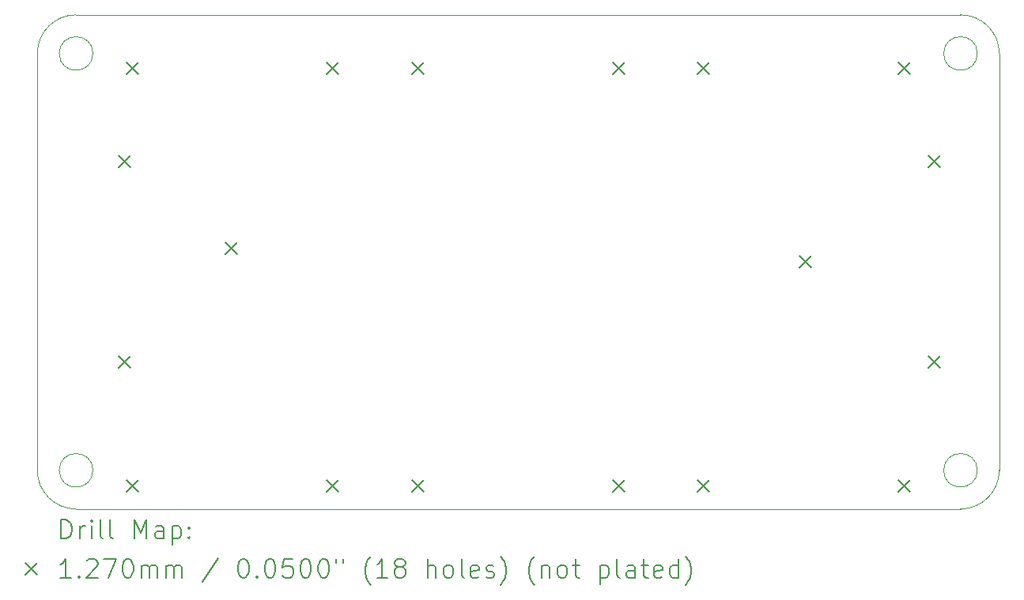
<source format=gbr>
%TF.GenerationSoftware,KiCad,Pcbnew,8.0.2-1*%
%TF.CreationDate,2025-02-24T13:25:55-05:00*%
%TF.ProjectId,ConcentratorBoardOctagon,436f6e63-656e-4747-9261-746f72426f61,rev?*%
%TF.SameCoordinates,Original*%
%TF.FileFunction,Drillmap*%
%TF.FilePolarity,Positive*%
%FSLAX45Y45*%
G04 Gerber Fmt 4.5, Leading zero omitted, Abs format (unit mm)*
G04 Created by KiCad (PCBNEW 8.0.2-1) date 2025-02-24 13:25:55*
%MOMM*%
%LPD*%
G01*
G04 APERTURE LIST*
%ADD10C,0.100000*%
%ADD11C,0.050000*%
%ADD12C,0.200000*%
%ADD13C,0.127000*%
G04 APERTURE END LIST*
D10*
X14735000Y-7350000D02*
G75*
G02*
X15150000Y-7765000I0J-415000D01*
G01*
D11*
X15150000Y-7765000D02*
X15150000Y-12235000D01*
D10*
X4850000Y-7765000D02*
G75*
G02*
X5265000Y-7350000I415000J0D01*
G01*
D11*
X5265000Y-12650000D02*
X14735000Y-12650000D01*
X5265000Y-7350000D02*
X14735000Y-7350000D01*
X4850000Y-7765000D02*
X4850000Y-12235000D01*
X5445000Y-12235000D02*
G75*
G02*
X5085000Y-12235000I-180000J0D01*
G01*
X5085000Y-12235000D02*
G75*
G02*
X5445000Y-12235000I180000J0D01*
G01*
X14915000Y-12235000D02*
G75*
G02*
X14555000Y-12235000I-180000J0D01*
G01*
X14555000Y-12235000D02*
G75*
G02*
X14915000Y-12235000I180000J0D01*
G01*
X14915000Y-7765000D02*
G75*
G02*
X14555000Y-7765000I-180000J0D01*
G01*
X14555000Y-7765000D02*
G75*
G02*
X14915000Y-7765000I180000J0D01*
G01*
X5265000Y-12650000D02*
G75*
G02*
X4850000Y-12235000I0J415000D01*
G01*
D10*
X15150000Y-12235000D02*
G75*
G02*
X14735000Y-12650000I-415000J0D01*
G01*
D11*
X5445000Y-7765000D02*
G75*
G02*
X5085000Y-7765000I-180000J0D01*
G01*
X5085000Y-7765000D02*
G75*
G02*
X5445000Y-7765000I180000J0D01*
G01*
D12*
D13*
X5716500Y-8862000D02*
X5843500Y-8989000D01*
X5843500Y-8862000D02*
X5716500Y-8989000D01*
X5716500Y-11011000D02*
X5843500Y-11138000D01*
X5843500Y-11011000D02*
X5716500Y-11138000D01*
X5802000Y-7856500D02*
X5929000Y-7983500D01*
X5929000Y-7856500D02*
X5802000Y-7983500D01*
X5802000Y-12336500D02*
X5929000Y-12463500D01*
X5929000Y-12336500D02*
X5802000Y-12463500D01*
X6866500Y-9786500D02*
X6993500Y-9913500D01*
X6993500Y-9786500D02*
X6866500Y-9913500D01*
X7951000Y-7856500D02*
X8078000Y-7983500D01*
X8078000Y-7856500D02*
X7951000Y-7983500D01*
X7951000Y-12336500D02*
X8078000Y-12463500D01*
X8078000Y-12336500D02*
X7951000Y-12463500D01*
X8862000Y-7856500D02*
X8989000Y-7983500D01*
X8989000Y-7856500D02*
X8862000Y-7983500D01*
X8862000Y-12336500D02*
X8989000Y-12463500D01*
X8989000Y-12336500D02*
X8862000Y-12463500D01*
X11011000Y-7856500D02*
X11138000Y-7983500D01*
X11138000Y-7856500D02*
X11011000Y-7983500D01*
X11011000Y-12336500D02*
X11138000Y-12463500D01*
X11138000Y-12336500D02*
X11011000Y-12463500D01*
X11922000Y-7856500D02*
X12049000Y-7983500D01*
X12049000Y-7856500D02*
X11922000Y-7983500D01*
X11922000Y-12336500D02*
X12049000Y-12463500D01*
X12049000Y-12336500D02*
X11922000Y-12463500D01*
X13006500Y-9936500D02*
X13133500Y-10063500D01*
X13133500Y-9936500D02*
X13006500Y-10063500D01*
X14071000Y-7856500D02*
X14198000Y-7983500D01*
X14198000Y-7856500D02*
X14071000Y-7983500D01*
X14071000Y-12336500D02*
X14198000Y-12463500D01*
X14198000Y-12336500D02*
X14071000Y-12463500D01*
X14386500Y-8862000D02*
X14513500Y-8989000D01*
X14513500Y-8862000D02*
X14386500Y-8989000D01*
X14386500Y-11011000D02*
X14513500Y-11138000D01*
X14513500Y-11011000D02*
X14386500Y-11138000D01*
D12*
X5105777Y-12966484D02*
X5105777Y-12766484D01*
X5105777Y-12766484D02*
X5153396Y-12766484D01*
X5153396Y-12766484D02*
X5181967Y-12776008D01*
X5181967Y-12776008D02*
X5201015Y-12795055D01*
X5201015Y-12795055D02*
X5210539Y-12814103D01*
X5210539Y-12814103D02*
X5220063Y-12852198D01*
X5220063Y-12852198D02*
X5220063Y-12880769D01*
X5220063Y-12880769D02*
X5210539Y-12918865D01*
X5210539Y-12918865D02*
X5201015Y-12937912D01*
X5201015Y-12937912D02*
X5181967Y-12956960D01*
X5181967Y-12956960D02*
X5153396Y-12966484D01*
X5153396Y-12966484D02*
X5105777Y-12966484D01*
X5305777Y-12966484D02*
X5305777Y-12833150D01*
X5305777Y-12871246D02*
X5315301Y-12852198D01*
X5315301Y-12852198D02*
X5324824Y-12842674D01*
X5324824Y-12842674D02*
X5343872Y-12833150D01*
X5343872Y-12833150D02*
X5362920Y-12833150D01*
X5429586Y-12966484D02*
X5429586Y-12833150D01*
X5429586Y-12766484D02*
X5420063Y-12776008D01*
X5420063Y-12776008D02*
X5429586Y-12785531D01*
X5429586Y-12785531D02*
X5439110Y-12776008D01*
X5439110Y-12776008D02*
X5429586Y-12766484D01*
X5429586Y-12766484D02*
X5429586Y-12785531D01*
X5553396Y-12966484D02*
X5534348Y-12956960D01*
X5534348Y-12956960D02*
X5524824Y-12937912D01*
X5524824Y-12937912D02*
X5524824Y-12766484D01*
X5658158Y-12966484D02*
X5639110Y-12956960D01*
X5639110Y-12956960D02*
X5629586Y-12937912D01*
X5629586Y-12937912D02*
X5629586Y-12766484D01*
X5886729Y-12966484D02*
X5886729Y-12766484D01*
X5886729Y-12766484D02*
X5953396Y-12909341D01*
X5953396Y-12909341D02*
X6020062Y-12766484D01*
X6020062Y-12766484D02*
X6020062Y-12966484D01*
X6201015Y-12966484D02*
X6201015Y-12861722D01*
X6201015Y-12861722D02*
X6191491Y-12842674D01*
X6191491Y-12842674D02*
X6172443Y-12833150D01*
X6172443Y-12833150D02*
X6134348Y-12833150D01*
X6134348Y-12833150D02*
X6115301Y-12842674D01*
X6201015Y-12956960D02*
X6181967Y-12966484D01*
X6181967Y-12966484D02*
X6134348Y-12966484D01*
X6134348Y-12966484D02*
X6115301Y-12956960D01*
X6115301Y-12956960D02*
X6105777Y-12937912D01*
X6105777Y-12937912D02*
X6105777Y-12918865D01*
X6105777Y-12918865D02*
X6115301Y-12899817D01*
X6115301Y-12899817D02*
X6134348Y-12890293D01*
X6134348Y-12890293D02*
X6181967Y-12890293D01*
X6181967Y-12890293D02*
X6201015Y-12880769D01*
X6296253Y-12833150D02*
X6296253Y-13033150D01*
X6296253Y-12842674D02*
X6315301Y-12833150D01*
X6315301Y-12833150D02*
X6353396Y-12833150D01*
X6353396Y-12833150D02*
X6372443Y-12842674D01*
X6372443Y-12842674D02*
X6381967Y-12852198D01*
X6381967Y-12852198D02*
X6391491Y-12871246D01*
X6391491Y-12871246D02*
X6391491Y-12928388D01*
X6391491Y-12928388D02*
X6381967Y-12947436D01*
X6381967Y-12947436D02*
X6372443Y-12956960D01*
X6372443Y-12956960D02*
X6353396Y-12966484D01*
X6353396Y-12966484D02*
X6315301Y-12966484D01*
X6315301Y-12966484D02*
X6296253Y-12956960D01*
X6477205Y-12947436D02*
X6486729Y-12956960D01*
X6486729Y-12956960D02*
X6477205Y-12966484D01*
X6477205Y-12966484D02*
X6467682Y-12956960D01*
X6467682Y-12956960D02*
X6477205Y-12947436D01*
X6477205Y-12947436D02*
X6477205Y-12966484D01*
X6477205Y-12842674D02*
X6486729Y-12852198D01*
X6486729Y-12852198D02*
X6477205Y-12861722D01*
X6477205Y-12861722D02*
X6467682Y-12852198D01*
X6467682Y-12852198D02*
X6477205Y-12842674D01*
X6477205Y-12842674D02*
X6477205Y-12861722D01*
D13*
X4718000Y-13231500D02*
X4845000Y-13358500D01*
X4845000Y-13231500D02*
X4718000Y-13358500D01*
D12*
X5210539Y-13386484D02*
X5096253Y-13386484D01*
X5153396Y-13386484D02*
X5153396Y-13186484D01*
X5153396Y-13186484D02*
X5134348Y-13215055D01*
X5134348Y-13215055D02*
X5115301Y-13234103D01*
X5115301Y-13234103D02*
X5096253Y-13243627D01*
X5296253Y-13367436D02*
X5305777Y-13376960D01*
X5305777Y-13376960D02*
X5296253Y-13386484D01*
X5296253Y-13386484D02*
X5286729Y-13376960D01*
X5286729Y-13376960D02*
X5296253Y-13367436D01*
X5296253Y-13367436D02*
X5296253Y-13386484D01*
X5381967Y-13205531D02*
X5391491Y-13196008D01*
X5391491Y-13196008D02*
X5410539Y-13186484D01*
X5410539Y-13186484D02*
X5458158Y-13186484D01*
X5458158Y-13186484D02*
X5477205Y-13196008D01*
X5477205Y-13196008D02*
X5486729Y-13205531D01*
X5486729Y-13205531D02*
X5496253Y-13224579D01*
X5496253Y-13224579D02*
X5496253Y-13243627D01*
X5496253Y-13243627D02*
X5486729Y-13272198D01*
X5486729Y-13272198D02*
X5372444Y-13386484D01*
X5372444Y-13386484D02*
X5496253Y-13386484D01*
X5562920Y-13186484D02*
X5696253Y-13186484D01*
X5696253Y-13186484D02*
X5610539Y-13386484D01*
X5810539Y-13186484D02*
X5829586Y-13186484D01*
X5829586Y-13186484D02*
X5848634Y-13196008D01*
X5848634Y-13196008D02*
X5858158Y-13205531D01*
X5858158Y-13205531D02*
X5867682Y-13224579D01*
X5867682Y-13224579D02*
X5877205Y-13262674D01*
X5877205Y-13262674D02*
X5877205Y-13310293D01*
X5877205Y-13310293D02*
X5867682Y-13348388D01*
X5867682Y-13348388D02*
X5858158Y-13367436D01*
X5858158Y-13367436D02*
X5848634Y-13376960D01*
X5848634Y-13376960D02*
X5829586Y-13386484D01*
X5829586Y-13386484D02*
X5810539Y-13386484D01*
X5810539Y-13386484D02*
X5791491Y-13376960D01*
X5791491Y-13376960D02*
X5781967Y-13367436D01*
X5781967Y-13367436D02*
X5772443Y-13348388D01*
X5772443Y-13348388D02*
X5762920Y-13310293D01*
X5762920Y-13310293D02*
X5762920Y-13262674D01*
X5762920Y-13262674D02*
X5772443Y-13224579D01*
X5772443Y-13224579D02*
X5781967Y-13205531D01*
X5781967Y-13205531D02*
X5791491Y-13196008D01*
X5791491Y-13196008D02*
X5810539Y-13186484D01*
X5962920Y-13386484D02*
X5962920Y-13253150D01*
X5962920Y-13272198D02*
X5972443Y-13262674D01*
X5972443Y-13262674D02*
X5991491Y-13253150D01*
X5991491Y-13253150D02*
X6020063Y-13253150D01*
X6020063Y-13253150D02*
X6039110Y-13262674D01*
X6039110Y-13262674D02*
X6048634Y-13281722D01*
X6048634Y-13281722D02*
X6048634Y-13386484D01*
X6048634Y-13281722D02*
X6058158Y-13262674D01*
X6058158Y-13262674D02*
X6077205Y-13253150D01*
X6077205Y-13253150D02*
X6105777Y-13253150D01*
X6105777Y-13253150D02*
X6124824Y-13262674D01*
X6124824Y-13262674D02*
X6134348Y-13281722D01*
X6134348Y-13281722D02*
X6134348Y-13386484D01*
X6229586Y-13386484D02*
X6229586Y-13253150D01*
X6229586Y-13272198D02*
X6239110Y-13262674D01*
X6239110Y-13262674D02*
X6258158Y-13253150D01*
X6258158Y-13253150D02*
X6286729Y-13253150D01*
X6286729Y-13253150D02*
X6305777Y-13262674D01*
X6305777Y-13262674D02*
X6315301Y-13281722D01*
X6315301Y-13281722D02*
X6315301Y-13386484D01*
X6315301Y-13281722D02*
X6324824Y-13262674D01*
X6324824Y-13262674D02*
X6343872Y-13253150D01*
X6343872Y-13253150D02*
X6372443Y-13253150D01*
X6372443Y-13253150D02*
X6391491Y-13262674D01*
X6391491Y-13262674D02*
X6401015Y-13281722D01*
X6401015Y-13281722D02*
X6401015Y-13386484D01*
X6791491Y-13176960D02*
X6620063Y-13434103D01*
X7048634Y-13186484D02*
X7067682Y-13186484D01*
X7067682Y-13186484D02*
X7086729Y-13196008D01*
X7086729Y-13196008D02*
X7096253Y-13205531D01*
X7096253Y-13205531D02*
X7105777Y-13224579D01*
X7105777Y-13224579D02*
X7115301Y-13262674D01*
X7115301Y-13262674D02*
X7115301Y-13310293D01*
X7115301Y-13310293D02*
X7105777Y-13348388D01*
X7105777Y-13348388D02*
X7096253Y-13367436D01*
X7096253Y-13367436D02*
X7086729Y-13376960D01*
X7086729Y-13376960D02*
X7067682Y-13386484D01*
X7067682Y-13386484D02*
X7048634Y-13386484D01*
X7048634Y-13386484D02*
X7029586Y-13376960D01*
X7029586Y-13376960D02*
X7020063Y-13367436D01*
X7020063Y-13367436D02*
X7010539Y-13348388D01*
X7010539Y-13348388D02*
X7001015Y-13310293D01*
X7001015Y-13310293D02*
X7001015Y-13262674D01*
X7001015Y-13262674D02*
X7010539Y-13224579D01*
X7010539Y-13224579D02*
X7020063Y-13205531D01*
X7020063Y-13205531D02*
X7029586Y-13196008D01*
X7029586Y-13196008D02*
X7048634Y-13186484D01*
X7201015Y-13367436D02*
X7210539Y-13376960D01*
X7210539Y-13376960D02*
X7201015Y-13386484D01*
X7201015Y-13386484D02*
X7191491Y-13376960D01*
X7191491Y-13376960D02*
X7201015Y-13367436D01*
X7201015Y-13367436D02*
X7201015Y-13386484D01*
X7334348Y-13186484D02*
X7353396Y-13186484D01*
X7353396Y-13186484D02*
X7372444Y-13196008D01*
X7372444Y-13196008D02*
X7381967Y-13205531D01*
X7381967Y-13205531D02*
X7391491Y-13224579D01*
X7391491Y-13224579D02*
X7401015Y-13262674D01*
X7401015Y-13262674D02*
X7401015Y-13310293D01*
X7401015Y-13310293D02*
X7391491Y-13348388D01*
X7391491Y-13348388D02*
X7381967Y-13367436D01*
X7381967Y-13367436D02*
X7372444Y-13376960D01*
X7372444Y-13376960D02*
X7353396Y-13386484D01*
X7353396Y-13386484D02*
X7334348Y-13386484D01*
X7334348Y-13386484D02*
X7315301Y-13376960D01*
X7315301Y-13376960D02*
X7305777Y-13367436D01*
X7305777Y-13367436D02*
X7296253Y-13348388D01*
X7296253Y-13348388D02*
X7286729Y-13310293D01*
X7286729Y-13310293D02*
X7286729Y-13262674D01*
X7286729Y-13262674D02*
X7296253Y-13224579D01*
X7296253Y-13224579D02*
X7305777Y-13205531D01*
X7305777Y-13205531D02*
X7315301Y-13196008D01*
X7315301Y-13196008D02*
X7334348Y-13186484D01*
X7581967Y-13186484D02*
X7486729Y-13186484D01*
X7486729Y-13186484D02*
X7477206Y-13281722D01*
X7477206Y-13281722D02*
X7486729Y-13272198D01*
X7486729Y-13272198D02*
X7505777Y-13262674D01*
X7505777Y-13262674D02*
X7553396Y-13262674D01*
X7553396Y-13262674D02*
X7572444Y-13272198D01*
X7572444Y-13272198D02*
X7581967Y-13281722D01*
X7581967Y-13281722D02*
X7591491Y-13300769D01*
X7591491Y-13300769D02*
X7591491Y-13348388D01*
X7591491Y-13348388D02*
X7581967Y-13367436D01*
X7581967Y-13367436D02*
X7572444Y-13376960D01*
X7572444Y-13376960D02*
X7553396Y-13386484D01*
X7553396Y-13386484D02*
X7505777Y-13386484D01*
X7505777Y-13386484D02*
X7486729Y-13376960D01*
X7486729Y-13376960D02*
X7477206Y-13367436D01*
X7715301Y-13186484D02*
X7734348Y-13186484D01*
X7734348Y-13186484D02*
X7753396Y-13196008D01*
X7753396Y-13196008D02*
X7762920Y-13205531D01*
X7762920Y-13205531D02*
X7772444Y-13224579D01*
X7772444Y-13224579D02*
X7781967Y-13262674D01*
X7781967Y-13262674D02*
X7781967Y-13310293D01*
X7781967Y-13310293D02*
X7772444Y-13348388D01*
X7772444Y-13348388D02*
X7762920Y-13367436D01*
X7762920Y-13367436D02*
X7753396Y-13376960D01*
X7753396Y-13376960D02*
X7734348Y-13386484D01*
X7734348Y-13386484D02*
X7715301Y-13386484D01*
X7715301Y-13386484D02*
X7696253Y-13376960D01*
X7696253Y-13376960D02*
X7686729Y-13367436D01*
X7686729Y-13367436D02*
X7677206Y-13348388D01*
X7677206Y-13348388D02*
X7667682Y-13310293D01*
X7667682Y-13310293D02*
X7667682Y-13262674D01*
X7667682Y-13262674D02*
X7677206Y-13224579D01*
X7677206Y-13224579D02*
X7686729Y-13205531D01*
X7686729Y-13205531D02*
X7696253Y-13196008D01*
X7696253Y-13196008D02*
X7715301Y-13186484D01*
X7905777Y-13186484D02*
X7924825Y-13186484D01*
X7924825Y-13186484D02*
X7943872Y-13196008D01*
X7943872Y-13196008D02*
X7953396Y-13205531D01*
X7953396Y-13205531D02*
X7962920Y-13224579D01*
X7962920Y-13224579D02*
X7972444Y-13262674D01*
X7972444Y-13262674D02*
X7972444Y-13310293D01*
X7972444Y-13310293D02*
X7962920Y-13348388D01*
X7962920Y-13348388D02*
X7953396Y-13367436D01*
X7953396Y-13367436D02*
X7943872Y-13376960D01*
X7943872Y-13376960D02*
X7924825Y-13386484D01*
X7924825Y-13386484D02*
X7905777Y-13386484D01*
X7905777Y-13386484D02*
X7886729Y-13376960D01*
X7886729Y-13376960D02*
X7877206Y-13367436D01*
X7877206Y-13367436D02*
X7867682Y-13348388D01*
X7867682Y-13348388D02*
X7858158Y-13310293D01*
X7858158Y-13310293D02*
X7858158Y-13262674D01*
X7858158Y-13262674D02*
X7867682Y-13224579D01*
X7867682Y-13224579D02*
X7877206Y-13205531D01*
X7877206Y-13205531D02*
X7886729Y-13196008D01*
X7886729Y-13196008D02*
X7905777Y-13186484D01*
X8048634Y-13186484D02*
X8048634Y-13224579D01*
X8124825Y-13186484D02*
X8124825Y-13224579D01*
X8420063Y-13462674D02*
X8410539Y-13453150D01*
X8410539Y-13453150D02*
X8391491Y-13424579D01*
X8391491Y-13424579D02*
X8381968Y-13405531D01*
X8381968Y-13405531D02*
X8372444Y-13376960D01*
X8372444Y-13376960D02*
X8362920Y-13329341D01*
X8362920Y-13329341D02*
X8362920Y-13291246D01*
X8362920Y-13291246D02*
X8372444Y-13243627D01*
X8372444Y-13243627D02*
X8381968Y-13215055D01*
X8381968Y-13215055D02*
X8391491Y-13196008D01*
X8391491Y-13196008D02*
X8410539Y-13167436D01*
X8410539Y-13167436D02*
X8420063Y-13157912D01*
X8601015Y-13386484D02*
X8486730Y-13386484D01*
X8543872Y-13386484D02*
X8543872Y-13186484D01*
X8543872Y-13186484D02*
X8524825Y-13215055D01*
X8524825Y-13215055D02*
X8505777Y-13234103D01*
X8505777Y-13234103D02*
X8486730Y-13243627D01*
X8715301Y-13272198D02*
X8696253Y-13262674D01*
X8696253Y-13262674D02*
X8686730Y-13253150D01*
X8686730Y-13253150D02*
X8677206Y-13234103D01*
X8677206Y-13234103D02*
X8677206Y-13224579D01*
X8677206Y-13224579D02*
X8686730Y-13205531D01*
X8686730Y-13205531D02*
X8696253Y-13196008D01*
X8696253Y-13196008D02*
X8715301Y-13186484D01*
X8715301Y-13186484D02*
X8753396Y-13186484D01*
X8753396Y-13186484D02*
X8772444Y-13196008D01*
X8772444Y-13196008D02*
X8781968Y-13205531D01*
X8781968Y-13205531D02*
X8791491Y-13224579D01*
X8791491Y-13224579D02*
X8791491Y-13234103D01*
X8791491Y-13234103D02*
X8781968Y-13253150D01*
X8781968Y-13253150D02*
X8772444Y-13262674D01*
X8772444Y-13262674D02*
X8753396Y-13272198D01*
X8753396Y-13272198D02*
X8715301Y-13272198D01*
X8715301Y-13272198D02*
X8696253Y-13281722D01*
X8696253Y-13281722D02*
X8686730Y-13291246D01*
X8686730Y-13291246D02*
X8677206Y-13310293D01*
X8677206Y-13310293D02*
X8677206Y-13348388D01*
X8677206Y-13348388D02*
X8686730Y-13367436D01*
X8686730Y-13367436D02*
X8696253Y-13376960D01*
X8696253Y-13376960D02*
X8715301Y-13386484D01*
X8715301Y-13386484D02*
X8753396Y-13386484D01*
X8753396Y-13386484D02*
X8772444Y-13376960D01*
X8772444Y-13376960D02*
X8781968Y-13367436D01*
X8781968Y-13367436D02*
X8791491Y-13348388D01*
X8791491Y-13348388D02*
X8791491Y-13310293D01*
X8791491Y-13310293D02*
X8781968Y-13291246D01*
X8781968Y-13291246D02*
X8772444Y-13281722D01*
X8772444Y-13281722D02*
X8753396Y-13272198D01*
X9029587Y-13386484D02*
X9029587Y-13186484D01*
X9115301Y-13386484D02*
X9115301Y-13281722D01*
X9115301Y-13281722D02*
X9105777Y-13262674D01*
X9105777Y-13262674D02*
X9086730Y-13253150D01*
X9086730Y-13253150D02*
X9058158Y-13253150D01*
X9058158Y-13253150D02*
X9039111Y-13262674D01*
X9039111Y-13262674D02*
X9029587Y-13272198D01*
X9239111Y-13386484D02*
X9220063Y-13376960D01*
X9220063Y-13376960D02*
X9210539Y-13367436D01*
X9210539Y-13367436D02*
X9201015Y-13348388D01*
X9201015Y-13348388D02*
X9201015Y-13291246D01*
X9201015Y-13291246D02*
X9210539Y-13272198D01*
X9210539Y-13272198D02*
X9220063Y-13262674D01*
X9220063Y-13262674D02*
X9239111Y-13253150D01*
X9239111Y-13253150D02*
X9267682Y-13253150D01*
X9267682Y-13253150D02*
X9286730Y-13262674D01*
X9286730Y-13262674D02*
X9296253Y-13272198D01*
X9296253Y-13272198D02*
X9305777Y-13291246D01*
X9305777Y-13291246D02*
X9305777Y-13348388D01*
X9305777Y-13348388D02*
X9296253Y-13367436D01*
X9296253Y-13367436D02*
X9286730Y-13376960D01*
X9286730Y-13376960D02*
X9267682Y-13386484D01*
X9267682Y-13386484D02*
X9239111Y-13386484D01*
X9420063Y-13386484D02*
X9401015Y-13376960D01*
X9401015Y-13376960D02*
X9391492Y-13357912D01*
X9391492Y-13357912D02*
X9391492Y-13186484D01*
X9572444Y-13376960D02*
X9553396Y-13386484D01*
X9553396Y-13386484D02*
X9515301Y-13386484D01*
X9515301Y-13386484D02*
X9496253Y-13376960D01*
X9496253Y-13376960D02*
X9486730Y-13357912D01*
X9486730Y-13357912D02*
X9486730Y-13281722D01*
X9486730Y-13281722D02*
X9496253Y-13262674D01*
X9496253Y-13262674D02*
X9515301Y-13253150D01*
X9515301Y-13253150D02*
X9553396Y-13253150D01*
X9553396Y-13253150D02*
X9572444Y-13262674D01*
X9572444Y-13262674D02*
X9581968Y-13281722D01*
X9581968Y-13281722D02*
X9581968Y-13300769D01*
X9581968Y-13300769D02*
X9486730Y-13319817D01*
X9658158Y-13376960D02*
X9677206Y-13386484D01*
X9677206Y-13386484D02*
X9715301Y-13386484D01*
X9715301Y-13386484D02*
X9734349Y-13376960D01*
X9734349Y-13376960D02*
X9743873Y-13357912D01*
X9743873Y-13357912D02*
X9743873Y-13348388D01*
X9743873Y-13348388D02*
X9734349Y-13329341D01*
X9734349Y-13329341D02*
X9715301Y-13319817D01*
X9715301Y-13319817D02*
X9686730Y-13319817D01*
X9686730Y-13319817D02*
X9667682Y-13310293D01*
X9667682Y-13310293D02*
X9658158Y-13291246D01*
X9658158Y-13291246D02*
X9658158Y-13281722D01*
X9658158Y-13281722D02*
X9667682Y-13262674D01*
X9667682Y-13262674D02*
X9686730Y-13253150D01*
X9686730Y-13253150D02*
X9715301Y-13253150D01*
X9715301Y-13253150D02*
X9734349Y-13262674D01*
X9810539Y-13462674D02*
X9820063Y-13453150D01*
X9820063Y-13453150D02*
X9839111Y-13424579D01*
X9839111Y-13424579D02*
X9848634Y-13405531D01*
X9848634Y-13405531D02*
X9858158Y-13376960D01*
X9858158Y-13376960D02*
X9867682Y-13329341D01*
X9867682Y-13329341D02*
X9867682Y-13291246D01*
X9867682Y-13291246D02*
X9858158Y-13243627D01*
X9858158Y-13243627D02*
X9848634Y-13215055D01*
X9848634Y-13215055D02*
X9839111Y-13196008D01*
X9839111Y-13196008D02*
X9820063Y-13167436D01*
X9820063Y-13167436D02*
X9810539Y-13157912D01*
X10172444Y-13462674D02*
X10162920Y-13453150D01*
X10162920Y-13453150D02*
X10143873Y-13424579D01*
X10143873Y-13424579D02*
X10134349Y-13405531D01*
X10134349Y-13405531D02*
X10124825Y-13376960D01*
X10124825Y-13376960D02*
X10115301Y-13329341D01*
X10115301Y-13329341D02*
X10115301Y-13291246D01*
X10115301Y-13291246D02*
X10124825Y-13243627D01*
X10124825Y-13243627D02*
X10134349Y-13215055D01*
X10134349Y-13215055D02*
X10143873Y-13196008D01*
X10143873Y-13196008D02*
X10162920Y-13167436D01*
X10162920Y-13167436D02*
X10172444Y-13157912D01*
X10248634Y-13253150D02*
X10248634Y-13386484D01*
X10248634Y-13272198D02*
X10258158Y-13262674D01*
X10258158Y-13262674D02*
X10277206Y-13253150D01*
X10277206Y-13253150D02*
X10305777Y-13253150D01*
X10305777Y-13253150D02*
X10324825Y-13262674D01*
X10324825Y-13262674D02*
X10334349Y-13281722D01*
X10334349Y-13281722D02*
X10334349Y-13386484D01*
X10458158Y-13386484D02*
X10439111Y-13376960D01*
X10439111Y-13376960D02*
X10429587Y-13367436D01*
X10429587Y-13367436D02*
X10420063Y-13348388D01*
X10420063Y-13348388D02*
X10420063Y-13291246D01*
X10420063Y-13291246D02*
X10429587Y-13272198D01*
X10429587Y-13272198D02*
X10439111Y-13262674D01*
X10439111Y-13262674D02*
X10458158Y-13253150D01*
X10458158Y-13253150D02*
X10486730Y-13253150D01*
X10486730Y-13253150D02*
X10505777Y-13262674D01*
X10505777Y-13262674D02*
X10515301Y-13272198D01*
X10515301Y-13272198D02*
X10524825Y-13291246D01*
X10524825Y-13291246D02*
X10524825Y-13348388D01*
X10524825Y-13348388D02*
X10515301Y-13367436D01*
X10515301Y-13367436D02*
X10505777Y-13376960D01*
X10505777Y-13376960D02*
X10486730Y-13386484D01*
X10486730Y-13386484D02*
X10458158Y-13386484D01*
X10581968Y-13253150D02*
X10658158Y-13253150D01*
X10610539Y-13186484D02*
X10610539Y-13357912D01*
X10610539Y-13357912D02*
X10620063Y-13376960D01*
X10620063Y-13376960D02*
X10639111Y-13386484D01*
X10639111Y-13386484D02*
X10658158Y-13386484D01*
X10877206Y-13253150D02*
X10877206Y-13453150D01*
X10877206Y-13262674D02*
X10896254Y-13253150D01*
X10896254Y-13253150D02*
X10934349Y-13253150D01*
X10934349Y-13253150D02*
X10953396Y-13262674D01*
X10953396Y-13262674D02*
X10962920Y-13272198D01*
X10962920Y-13272198D02*
X10972444Y-13291246D01*
X10972444Y-13291246D02*
X10972444Y-13348388D01*
X10972444Y-13348388D02*
X10962920Y-13367436D01*
X10962920Y-13367436D02*
X10953396Y-13376960D01*
X10953396Y-13376960D02*
X10934349Y-13386484D01*
X10934349Y-13386484D02*
X10896254Y-13386484D01*
X10896254Y-13386484D02*
X10877206Y-13376960D01*
X11086730Y-13386484D02*
X11067682Y-13376960D01*
X11067682Y-13376960D02*
X11058158Y-13357912D01*
X11058158Y-13357912D02*
X11058158Y-13186484D01*
X11248634Y-13386484D02*
X11248634Y-13281722D01*
X11248634Y-13281722D02*
X11239111Y-13262674D01*
X11239111Y-13262674D02*
X11220063Y-13253150D01*
X11220063Y-13253150D02*
X11181968Y-13253150D01*
X11181968Y-13253150D02*
X11162920Y-13262674D01*
X11248634Y-13376960D02*
X11229587Y-13386484D01*
X11229587Y-13386484D02*
X11181968Y-13386484D01*
X11181968Y-13386484D02*
X11162920Y-13376960D01*
X11162920Y-13376960D02*
X11153396Y-13357912D01*
X11153396Y-13357912D02*
X11153396Y-13338865D01*
X11153396Y-13338865D02*
X11162920Y-13319817D01*
X11162920Y-13319817D02*
X11181968Y-13310293D01*
X11181968Y-13310293D02*
X11229587Y-13310293D01*
X11229587Y-13310293D02*
X11248634Y-13300769D01*
X11315301Y-13253150D02*
X11391492Y-13253150D01*
X11343873Y-13186484D02*
X11343873Y-13357912D01*
X11343873Y-13357912D02*
X11353396Y-13376960D01*
X11353396Y-13376960D02*
X11372444Y-13386484D01*
X11372444Y-13386484D02*
X11391492Y-13386484D01*
X11534349Y-13376960D02*
X11515301Y-13386484D01*
X11515301Y-13386484D02*
X11477206Y-13386484D01*
X11477206Y-13386484D02*
X11458158Y-13376960D01*
X11458158Y-13376960D02*
X11448634Y-13357912D01*
X11448634Y-13357912D02*
X11448634Y-13281722D01*
X11448634Y-13281722D02*
X11458158Y-13262674D01*
X11458158Y-13262674D02*
X11477206Y-13253150D01*
X11477206Y-13253150D02*
X11515301Y-13253150D01*
X11515301Y-13253150D02*
X11534349Y-13262674D01*
X11534349Y-13262674D02*
X11543873Y-13281722D01*
X11543873Y-13281722D02*
X11543873Y-13300769D01*
X11543873Y-13300769D02*
X11448634Y-13319817D01*
X11715301Y-13386484D02*
X11715301Y-13186484D01*
X11715301Y-13376960D02*
X11696254Y-13386484D01*
X11696254Y-13386484D02*
X11658158Y-13386484D01*
X11658158Y-13386484D02*
X11639111Y-13376960D01*
X11639111Y-13376960D02*
X11629587Y-13367436D01*
X11629587Y-13367436D02*
X11620063Y-13348388D01*
X11620063Y-13348388D02*
X11620063Y-13291246D01*
X11620063Y-13291246D02*
X11629587Y-13272198D01*
X11629587Y-13272198D02*
X11639111Y-13262674D01*
X11639111Y-13262674D02*
X11658158Y-13253150D01*
X11658158Y-13253150D02*
X11696254Y-13253150D01*
X11696254Y-13253150D02*
X11715301Y-13262674D01*
X11791492Y-13462674D02*
X11801015Y-13453150D01*
X11801015Y-13453150D02*
X11820063Y-13424579D01*
X11820063Y-13424579D02*
X11829587Y-13405531D01*
X11829587Y-13405531D02*
X11839111Y-13376960D01*
X11839111Y-13376960D02*
X11848634Y-13329341D01*
X11848634Y-13329341D02*
X11848634Y-13291246D01*
X11848634Y-13291246D02*
X11839111Y-13243627D01*
X11839111Y-13243627D02*
X11829587Y-13215055D01*
X11829587Y-13215055D02*
X11820063Y-13196008D01*
X11820063Y-13196008D02*
X11801015Y-13167436D01*
X11801015Y-13167436D02*
X11791492Y-13157912D01*
M02*

</source>
